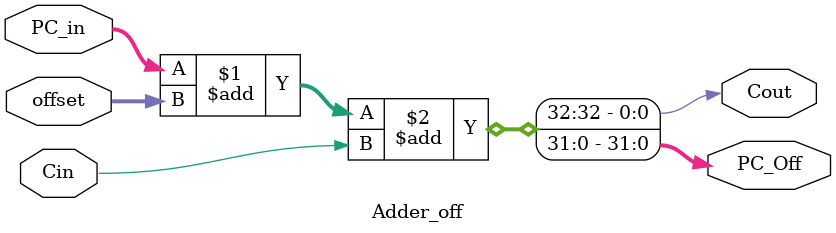
<source format=v>
/*module Adder_off(PC_in,offset, PC_Off);
	
	//input reset, clock;
	input [31:0] PC_in,offset;
	output [31:0] PC_Off;
	
	reg Cin, Cout ; //1b carry-in
	 Cin <= 1'b0;
	
	
	output Cout; //1b carry-out
	
	assign {Cout, PC_Off} = PC_in+offset+ Cin; //add, overflow goes to carry-out
	
	
	
endmodule*/


module Adder_off(PC_in,offset, PC_Off,Cin, Cout);
	
	//input reset, clock;
	input [31:0] PC_in,offset;
	output [31:0] PC_Off;
	
	input Cin; //1b carry-in
	
	
	output Cout; //1b carry-out
	
	assign {Cout, PC_Off} = PC_in+offset+ Cin; //add, overflow goes to carry-out
	
	
	
endmodule

/*module Adder16bit(A, B, Cin, Cout, F);
	input [15:0] A, B; //16b inputs
	input Cin; //1b carry-in
	
	output [15:0] F; //16b output
	output Cout; //1b carry-out
	
	assign {Cout, F} = A + B + Cin; //add, overflow goes to carry-out
endmodule*/

</source>
